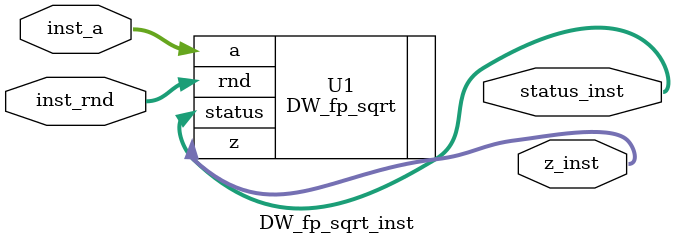
<source format=v>
module DW_fp_sqrt_inst( inst_a, inst_rnd, z_inst, status_inst );

parameter inst_sig_width = 23;
parameter inst_exp_width = 8;
parameter inst_ieee_compliance = 0;


input [inst_sig_width+inst_exp_width : 0] inst_a;
input [2 : 0] inst_rnd;
output [inst_sig_width+inst_exp_width : 0] z_inst;
output [7 : 0] status_inst;

  // Instance of DW_fp_sqrt
  DW_fp_sqrt #(inst_sig_width, inst_exp_width, inst_ieee_compliance) U1 (
                      .a(inst_a),
                      .rnd(inst_rnd),
                      .z(z_inst),
                      .status(status_inst) );

endmodule

</source>
